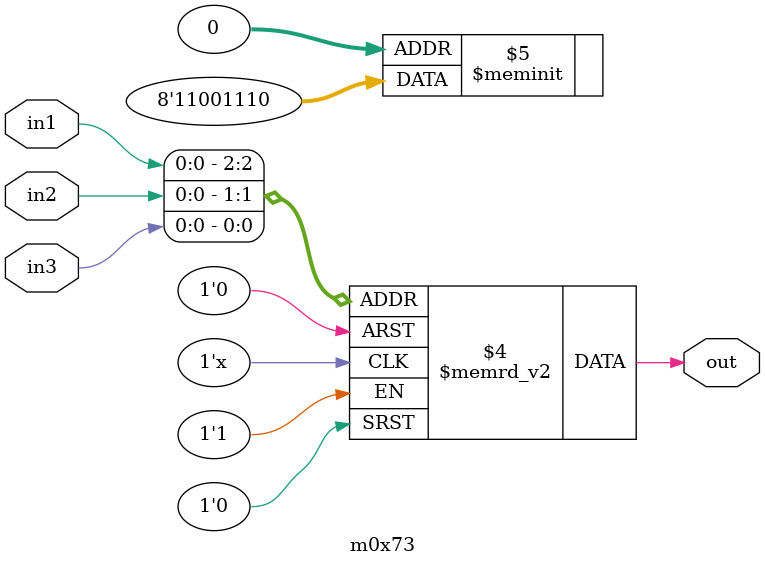
<source format=v>
module m0x73(output out, input in1, in2, in3);

   always @(in1, in2, in3)
     begin
        case({in1, in2, in3})
          3'b000: {out} = 1'b0;
          3'b001: {out} = 1'b1;
          3'b010: {out} = 1'b1;
          3'b011: {out} = 1'b1;
          3'b100: {out} = 1'b0;
          3'b101: {out} = 1'b0;
          3'b110: {out} = 1'b1;
          3'b111: {out} = 1'b1;
        endcase // case ({in1, in2, in3})
     end // always @ (in1, in2, in3)

endmodule // m0x73
</source>
